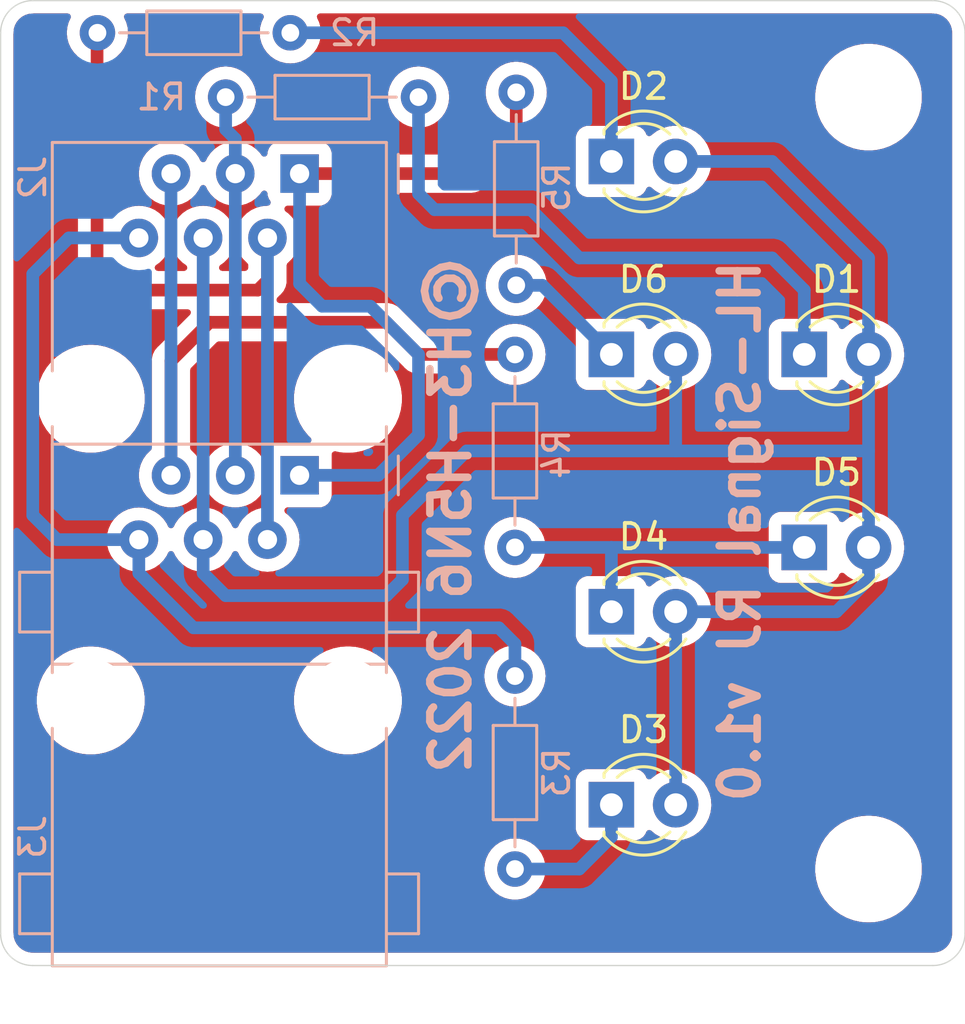
<source format=kicad_pcb>
(kicad_pcb (version 20211014) (generator pcbnew)
  (layers (0 "F.Cu" signal) (31 "B.Cu" signal) (34 "B.Paste" user) (35 "F.Paste" user) (36 "B.SilkS" user "B.Silkscreen") (37 "F.SilkS" user "F.Silkscreen") (38 "B.Mask" user) (39 "F.Mask" user) (44 "Edge.Cuts" user))
  (net 0 "")
  (net 1 "+5P")
  (net 2 "Net-(D1-Pad1)")
  (net 3 "Net-(D2-Pad1)")
  (net 4 "Net-(3k3-Pad1)")
  (net 5 "Net-(D4-Pad1)")
  (net 6 "Net-(D6-Pad1)")
  (net 7 "Net-(J1-Pad1)")
  (net 8 "Net-(J1-Pad2)")
  (net 9 "Net-(J1-Pad3)")
  (net 10 "Net-(J1-Pad5)")
  (net 11 "Net-(3k3-Pad2)")
  (footprint "LEDs:LED_D3.0mm" (layer "F.Cu") (at 57.15 39.37)
    (fp_text reference "D1" (at 1.27 -2.96) (layer "F.SilkS"))
    (fp_text value "Rot 2")
    (fp_line (start -0.29 -1.236) (end -0.29 -1.08) (layer "F.SilkS") (width 0.12))
    (fp_line (start -0.29 1.08) (end -0.29 1.236) (layer "F.SilkS") (width 0.12))
    (fp_arc (start 2.31113 1.079837) (mid 1.270117 1.5) (end 0.229039 1.08) (layer "F.SilkS") (width 0.12))
    (fp_arc (start 0.229039 -1.08) (mid 1.270117 -1.5) (end 2.31113 -1.079837) (layer "F.SilkS") (width 0.12))
    (fp_arc (start 2.942335 1.078608) (mid 1.366487 1.987659) (end -0.29 1.235516) (layer "F.SilkS") (width 0.12))
    (fp_arc (start -0.29 -1.235516) (mid 1.366487 -1.987659) (end 2.942335 -1.078608) (layer "F.SilkS") (width 0.12))
    (pad "1" thru_hole rect locked (at 0 0) (size 1.8 1.8) (drill 0.9) (layers *.Cu *.Mask) (net 2 "Net-(D1-Pad1)"))
    (pad "2" thru_hole circle locked (at 2.54 0) (size 1.8 1.8) (drill 0.9) (layers *.Cu *.Mask) (net 1 "+5P"))
  )
  (footprint "LEDs:LED_D3.0mm" (layer "F.Cu") (at 49.53 31.75)
    (fp_text reference "D2" (at 1.27 -2.96) (layer "F.SilkS"))
    (fp_text value "Grün")
    (fp_line (start -0.29 1.08) (end -0.29 1.236) (layer "F.SilkS") (width 0.12))
    (fp_line (start -0.29 -1.236) (end -0.29 -1.08) (layer "F.SilkS") (width 0.12))
    (fp_arc (start 0.229039 -1.08) (mid 1.270117 -1.5) (end 2.31113 -1.079837) (layer "F.SilkS") (width 0.12))
    (fp_arc (start 2.942335 1.078608) (mid 1.366487 1.987659) (end -0.29 1.235516) (layer "F.SilkS") (width 0.12))
    (fp_arc (start -0.29 -1.235516) (mid 1.366487 -1.987659) (end 2.942335 -1.078608) (layer "F.SilkS") (width 0.12))
    (fp_arc (start 2.31113 1.079837) (mid 1.270117 1.5) (end 0.229039 1.08) (layer "F.SilkS") (width 0.12))
    (pad "1" thru_hole rect locked (at 0 0) (size 1.8 1.8) (drill 0.9) (layers *.Cu *.Mask) (net 3 "Net-(D2-Pad1)"))
    (pad "2" thru_hole circle locked (at 2.54 0) (size 1.8 1.8) (drill 0.9) (layers *.Cu *.Mask) (net 1 "+5P"))
  )
  (footprint "LEDs:LED_D3.0mm" (layer "F.Cu") (at 49.53 57.15)
    (fp_text reference "D3" (at 1.27 -2.96) (layer "F.SilkS"))
    (fp_text value "Gelb")
    (fp_line (start -0.29 1.08) (end -0.29 1.236) (layer "F.SilkS") (width 0.12))
    (fp_line (start -0.29 -1.236) (end -0.29 -1.08) (layer "F.SilkS") (width 0.12))
    (fp_arc (start 2.942335 1.078608) (mid 1.366487 1.987659) (end -0.29 1.235516) (layer "F.SilkS") (width 0.12))
    (fp_arc (start 2.31113 1.079837) (mid 1.270117 1.5) (end 0.229039 1.08) (layer "F.SilkS") (width 0.12))
    (fp_arc (start 0.229039 -1.08) (mid 1.270117 -1.5) (end 2.31113 -1.079837) (layer "F.SilkS") (width 0.12))
    (fp_arc (start -0.29 -1.235516) (mid 1.366487 -1.987659) (end 2.942335 -1.078608) (layer "F.SilkS") (width 0.12))
    (pad "1" thru_hole rect locked (at 0 0) (size 1.8 1.8) (drill 0.9) (layers *.Cu *.Mask) (net 4 "Net-(3k3-Pad1)"))
    (pad "2" thru_hole circle locked (at 2.54 0) (size 1.8 1.8) (drill 0.9) (layers *.Cu *.Mask) (net 1 "+5P"))
  )
  (footprint "LEDs:LED_D3.0mm" (layer "F.Cu") (at 49.53 49.53)
    (fp_text reference "D4" (at 1.27 -2.96) (layer "F.SilkS"))
    (fp_text value "Weiß")
    (fp_line (start -0.29 -1.236) (end -0.29 -1.08) (layer "F.SilkS") (width 0.12))
    (fp_line (start -0.29 1.08) (end -0.29 1.236) (layer "F.SilkS") (width 0.12))
    (fp_arc (start 2.31113 1.079837) (mid 1.270117 1.5) (end 0.229039 1.08) (layer "F.SilkS") (width 0.12))
    (fp_arc (start 0.229039 -1.08) (mid 1.270117 -1.5) (end 2.31113 -1.079837) (layer "F.SilkS") (width 0.12))
    (fp_arc (start -0.29 -1.235516) (mid 1.366487 -1.987659) (end 2.942335 -1.078608) (layer "F.SilkS") (width 0.12))
    (fp_arc (start 2.942335 1.078608) (mid 1.366487 1.987659) (end -0.29 1.235516) (layer "F.SilkS") (width 0.12))
    (pad "1" thru_hole rect locked (at 0 0) (size 1.8 1.8) (drill 0.9) (layers *.Cu *.Mask) (net 5 "Net-(D4-Pad1)"))
    (pad "2" thru_hole circle locked (at 2.54 0) (size 1.8 1.8) (drill 0.9) (layers *.Cu *.Mask) (net 1 "+5P"))
  )
  (footprint "LEDs:LED_D3.0mm" (layer "F.Cu") (at 57.15 46.99)
    (fp_text reference "D5" (at 1.27 -2.96) (layer "F.SilkS"))
    (fp_text value "Weiß")
    (fp_line (start -0.29 1.08) (end -0.29 1.236) (layer "F.SilkS") (width 0.12))
    (fp_line (start -0.29 -1.236) (end -0.29 -1.08) (layer "F.SilkS") (width 0.12))
    (fp_arc (start 0.229039 -1.08) (mid 1.270117 -1.5) (end 2.31113 -1.079837) (layer "F.SilkS") (width 0.12))
    (fp_arc (start -0.29 -1.235516) (mid 1.366487 -1.987659) (end 2.942335 -1.078608) (layer "F.SilkS") (width 0.12))
    (fp_arc (start 2.31113 1.079837) (mid 1.270117 1.5) (end 0.229039 1.08) (layer "F.SilkS") (width 0.12))
    (fp_arc (start 2.942335 1.078608) (mid 1.366487 1.987659) (end -0.29 1.235516) (layer "F.SilkS") (width 0.12))
    (pad "1" thru_hole rect locked (at 0 0) (size 1.8 1.8) (drill 0.9) (layers *.Cu *.Mask) (net 5 "Net-(D4-Pad1)"))
    (pad "2" thru_hole circle locked (at 2.54 0) (size 1.8 1.8) (drill 0.9) (layers *.Cu *.Mask) (net 1 "+5P"))
  )
  (footprint "LEDs:LED_D3.0mm" (layer "F.Cu") (at 49.53 39.37)
    (fp_text reference "D6" (at 1.27 -2.96) (layer "F.SilkS"))
    (fp_text value "Rot 1")
    (fp_line (start -0.29 -1.236) (end -0.29 -1.08) (layer "F.SilkS") (width 0.12))
    (fp_line (start -0.29 1.08) (end -0.29 1.236) (layer "F.SilkS") (width 0.12))
    (fp_arc (start 0.229039 -1.08) (mid 1.270117 -1.5) (end 2.31113 -1.079837) (layer "F.SilkS") (width 0.12))
    (fp_arc (start 2.942335 1.078608) (mid 1.366487 1.987659) (end -0.29 1.235516) (layer "F.SilkS") (width 0.12))
    (fp_arc (start 2.31113 1.079837) (mid 1.270117 1.5) (end 0.229039 1.08) (layer "F.SilkS") (width 0.12))
    (fp_arc (start -0.29 -1.235516) (mid 1.366487 -1.987659) (end 2.942335 -1.078608) (layer "F.SilkS") (width 0.12))
    (pad "1" thru_hole rect locked (at 0 0) (size 1.8 1.8) (drill 0.9) (layers *.Cu *.Mask) (net 6 "Net-(D6-Pad1)"))
    (pad "2" thru_hole circle locked (at 2.54 0) (size 1.8 1.8) (drill 0.9) (layers *.Cu *.Mask) (net 1 "+5P"))
  )
  (footprint "Mounting_Holes:MountingHole_3.2mm_M3" (layer "F.Cu") (at 59.69 59.69)
    (fp_text reference "H1" hide)
    (fp_text value "MountingHole" hide)
    (pad "" np_thru_hole circle locked (at 0 0) (size 3.2 3.2) (drill 3.2) (layers *.Cu *.Mask))
  )
  (footprint "Mounting_Holes:MountingHole_3.2mm_M3" (layer "F.Cu") (at 59.69 29.21)
    (fp_text reference "H1" hide)
    (fp_text value "MountingHole" hide)
    (pad "" np_thru_hole circle locked (at 0 0) (size 3.2 3.2) (drill 3.2) (layers *.Cu *.Mask))
  )
  (footprint "Resistors_THT:R_Axial_DIN0204_L3.6mm_D1.6mm_P7.62mm_Horizontal" (layer "B.Cu") (at 41.91 29.21 180)
    (fp_text reference "R1" (at 10.16 0) (layer "B.SilkS") (effects (justify mirror)))
    (fp_text value "3k3")
    (fp_line (start 1.95 0.86) (end 1.95 -0.86) (layer "B.SilkS") (width 0.12))
    (fp_line (start 5.67 0.86) (end 1.95 0.86) (layer "B.SilkS") (width 0.12))
    (fp_line (start 0.88 0) (end 1.95 0) (layer "B.SilkS") (width 0.12))
    (fp_line (start 5.67 -0.86) (end 5.67 0.86) (layer "B.SilkS") (width 0.12))
    (fp_line (start 6.74 0) (end 5.67 0) (layer "B.SilkS") (width 0.12))
    (fp_line (start 1.95 -0.86) (end 5.67 -0.86) (layer "B.SilkS") (width 0.12))
    (pad "1" thru_hole circle locked (at 0 0 180) (size 1.4 1.4) (drill 0.7) (layers *.Cu *.Mask) (net 2 "Net-(D1-Pad1)"))
    (pad "2" thru_hole oval locked (at 7.62 0 180) (size 1.4 1.4) (drill 0.7) (layers *.Cu *.Mask) (net 9 "Net-(J1-Pad3)"))
  )
  (footprint "Resistors_THT:R_Axial_DIN0204_L3.6mm_D1.6mm_P7.62mm_Horizontal" (layer "B.Cu") (at 36.845 26.67 180)
    (fp_text reference "R2" (at -2.54 0) (layer "B.SilkS") (effects (justify mirror)))
    (fp_text value "3k3")
    (fp_line (start 6.74 0) (end 5.67 0) (layer "B.SilkS") (width 0.12))
    (fp_line (start 0.88 0) (end 1.95 0) (layer "B.SilkS") (width 0.12))
    (fp_line (start 1.95 -0.86) (end 5.67 -0.86) (layer "B.SilkS") (width 0.12))
    (fp_line (start 5.67 -0.86) (end 5.67 0.86) (layer "B.SilkS") (width 0.12))
    (fp_line (start 5.67 0.86) (end 1.95 0.86) (layer "B.SilkS") (width 0.12))
    (fp_line (start 1.95 0.86) (end 1.95 -0.86) (layer "B.SilkS") (width 0.12))
    (pad "1" thru_hole circle locked (at 0 0 180) (size 1.4 1.4) (drill 0.7) (layers *.Cu *.Mask) (net 3 "Net-(D2-Pad1)"))
    (pad "2" thru_hole oval locked (at 7.62 0 180) (size 1.4 1.4) (drill 0.7) (layers *.Cu *.Mask) (net 8 "Net-(J1-Pad2)"))
  )
  (footprint "Resistors_THT:R_Axial_DIN0204_L3.6mm_D1.6mm_P7.62mm_Horizontal" (layer "B.Cu") (at 45.72 59.69 90)
    (fp_text reference "3k3" hide)
    (fp_text value "R3" (at 3.81 1.651 90) (layer "B.SilkS") (effects (justify mirror)))
    (fp_line (start 1.95 -0.86) (end 5.67 -0.86) (layer "B.SilkS") (width 0.12))
    (fp_line (start 6.74 0) (end 5.67 0) (layer "B.SilkS") (width 0.12))
    (fp_line (start 0.88 0) (end 1.95 0) (layer "B.SilkS") (width 0.12))
    (fp_line (start 5.67 0.86) (end 1.95 0.86) (layer "B.SilkS") (width 0.12))
    (fp_line (start 5.67 -0.86) (end 5.67 0.86) (layer "B.SilkS") (width 0.12))
    (fp_line (start 1.95 0.86) (end 1.95 -0.86) (layer "B.SilkS") (width 0.12))
    (pad "1" thru_hole circle locked (at 0 0 90) (size 1.4 1.4) (drill 0.7) (layers *.Cu *.Mask) (net 4 "Net-(3k3-Pad1)"))
    (pad "2" thru_hole oval locked (at 7.62 0 90) (size 1.4 1.4) (drill 0.7) (layers *.Cu *.Mask) (net 11 "Net-(3k3-Pad2)"))
  )
  (footprint "Resistors_THT:R_Axial_DIN0204_L3.6mm_D1.6mm_P7.62mm_Horizontal" (layer "B.Cu") (at 45.72 46.99 90)
    (fp_text reference "R4" (at 3.683 1.651 90) (layer "B.SilkS") (effects (justify mirror)))
    (fp_text value "2k2")
    (fp_line (start 5.67 -0.86) (end 5.67 0.86) (layer "B.SilkS") (width 0.12))
    (fp_line (start 0.88 0) (end 1.95 0) (layer "B.SilkS") (width 0.12))
    (fp_line (start 6.74 0) (end 5.67 0) (layer "B.SilkS") (width 0.12))
    (fp_line (start 1.95 -0.86) (end 5.67 -0.86) (layer "B.SilkS") (width 0.12))
    (fp_line (start 5.67 0.86) (end 1.95 0.86) (layer "B.SilkS") (width 0.12))
    (fp_line (start 1.95 0.86) (end 1.95 -0.86) (layer "B.SilkS") (width 0.12))
    (pad "1" thru_hole circle locked (at 0 0 90) (size 1.4 1.4) (drill 0.7) (layers *.Cu *.Mask) (net 5 "Net-(D4-Pad1)"))
    (pad "2" thru_hole oval locked (at 7.62 0 90) (size 1.4 1.4) (drill 0.7) (layers *.Cu *.Mask) (net 10 "Net-(J1-Pad5)"))
  )
  (footprint "Resistors_THT:R_Axial_DIN0204_L3.6mm_D1.6mm_P7.62mm_Horizontal" (layer "B.Cu") (at 45.7708 36.6418 90)
    (fp_text reference "R5" (at 3.8758 1.6002 90) (layer "B.SilkS") (effects (justify mirror)))
    (fp_text value "3k3")
    (fp_line (start 5.67 0.86) (end 1.95 0.86) (layer "B.SilkS") (width 0.12))
    (fp_line (start 5.67 -0.86) (end 5.67 0.86) (layer "B.SilkS") (width 0.12))
    (fp_line (start 1.95 -0.86) (end 5.67 -0.86) (layer "B.SilkS") (width 0.12))
    (fp_line (start 6.74 0) (end 5.67 0) (layer "B.SilkS") (width 0.12))
    (fp_line (start 1.95 0.86) (end 1.95 -0.86) (layer "B.SilkS") (width 0.12))
    (fp_line (start 0.88 0) (end 1.95 0) (layer "B.SilkS") (width 0.12))
    (pad "1" thru_hole circle locked (at 0 0 90) (size 1.4 1.4) (drill 0.7) (layers *.Cu *.Mask) (net 6 "Net-(D6-Pad1)"))
    (pad "2" thru_hole oval locked (at 7.62 0 90) (size 1.4 1.4) (drill 0.7) (layers *.Cu *.Mask) (net 7 "Net-(J1-Pad1)"))
  )
  (footprint "Wago:RJ12_ECON" (layer "B.Cu") (at 37.211 44.14299 180)
    (fp_text reference "J3" (at 10.541 -14.27701 90) (layer "B.SilkS") (effects (justify mirror)))
    (fp_text value "RJ12")
    (fp_line (start 9.77 1.23) (end 9.77 -7.79) (layer "B.SilkS") (width 0.12))
    (fp_line (start 9.79 -15.74) (end 11.06 -15.74) (layer "B.SilkS") (width 0.12))
    (fp_line (start -3.43 -15.74) (end -4.7 -15.74) (layer "B.SilkS") (width 0.12))
    (fp_line (start 9.77 -19.336) (end 9.77 -9.99) (layer "B.SilkS") (width 0.12))
    (fp_line (start 11.06 -15.74) (end 11.06 -18.1) (layer "B.SilkS") (width 0.12))
    (fp_line (start -3.43 -7.72) (end -3.43 -7.79) (layer "B.SilkS") (width 0.1))
    (fp_line (start -3.43 -19.336) (end -3.43 -9.99) (layer "B.SilkS") (width 0.12))
    (fp_line (start -3.9 -0.77) (end -3.9 0.76) (layer "B.SilkS") (width 0.12))
    (fp_line (start -3.43 -7.79) (end -3.43 1.23) (layer "B.SilkS") (width 0.12))
    (fp_line (start 9.77 -19.37) (end -3.43 -19.37) (layer "B.SilkS") (width 0.12))
    (fp_line (start -4.7 -18.1) (end -4.7 -15.74) (layer "B.SilkS") (width 0.12))
    (fp_line (start 9.79 -18.1) (end 11.06 -18.1) (layer "B.SilkS") (width 0.12))
    (fp_line (start 9.77 -16.76) (end 9.77 -16.77) (layer "B.SilkS") (width 0.1))
    (fp_line (start -3.43 -18.1) (end -4.7 -18.1) (layer "B.SilkS") (width 0.12))
    (fp_line (start 9.77 -16.65) (end 9.77 -16.77) (layer "B.SilkS") (width 0.1))
    (fp_line (start -3.43 1.23) (end 9.77 1.23) (layer "B.SilkS") (width 0.12))
    (pad "" np_thru_hole circle (at 8.25 -8.89 180) (size 3.25 3.25) (drill 3.25) (layers *.Cu *.Mask))
    (pad "" np_thru_hole circle (at -1.91 -8.89 180) (size 3.25 3.25) (drill 3.25) (layers *.Cu *.Mask))
    (pad "1" thru_hole rect (at 0 0 180) (size 1.52 1.52) (drill 0.76) (layers *.Cu *.Mask) (net 7 "Net-(J1-Pad1)"))
    (pad "2" thru_hole circle (at 1.27 -2.54 180) (size 1.52 1.52) (drill 0.76) (layers *.Cu *.Mask) (net 8 "Net-(J1-Pad2)"))
    (pad "3" thru_hole circle (at 2.54 0 180) (size 1.52 1.52) (drill 0.76) (layers *.Cu *.Mask) (net 9 "Net-(J1-Pad3)"))
    (pad "4" thru_hole circle (at 3.81 -2.54 180) (size 1.52 1.52) (drill 0.76) (layers *.Cu *.Mask) (net 1 "+5P"))
    (pad "5" thru_hole circle (at 5.08 0 180) (size 1.52 1.52) (drill 0.76) (layers *.Cu *.Mask) (net 10 "Net-(J1-Pad5)"))
    (pad "6" thru_hole circle (at 6.35 -2.54 180) (size 1.52 1.52) (drill 0.76) (layers *.Cu *.Mask) (net 11 "Net-(3k3-Pad2)"))
  )
  (footprint "Wago:RJ12_ECON" (layer "B.Cu") (at 37.211 32.23039 180)
    (fp_text reference "J2" (at 10.541 -0.15461 90) (layer "B.SilkS") (effects (justify mirror)))
    (fp_text value "RJ12")
    (fp_line (start 11.06 -15.74) (end 11.06 -18.1) (layer "B.SilkS") (width 0.12))
    (fp_line (start -4.7 -18.1) (end -4.7 -15.74) (layer "B.SilkS") (width 0.12))
    (fp_line (start -3.43 -7.79) (end -3.43 1.23) (layer "B.SilkS") (width 0.12))
    (fp_line (start 9.79 -18.1) (end 11.06 -18.1) (layer "B.SilkS") (width 0.12))
    (fp_line (start -3.43 -18.1) (end -4.7 -18.1) (layer "B.SilkS") (width 0.12))
    (fp_line (start 9.77 -19.37) (end -3.43 -19.37) (layer "B.SilkS") (width 0.12))
    (fp_line (start 9.77 -16.65) (end 9.77 -16.77) (layer "B.SilkS") (width 0.1))
    (fp_line (start 9.77 1.23) (end 9.77 -7.79) (layer "B.SilkS") (width 0.12))
    (fp_line (start 9.77 -19.336) (end 9.77 -9.99) (layer "B.SilkS") (width 0.12))
    (fp_line (start 9.79 -15.74) (end 11.06 -15.74) (layer "B.SilkS") (width 0.12))
    (fp_line (start -3.43 -7.72) (end -3.43 -7.79) (layer "B.SilkS") (width 0.1))
    (fp_line (start -3.43 -19.336) (end -3.43 -9.99) (layer "B.SilkS") (width 0.12))
    (fp_line (start -3.9 -0.77) (end -3.9 0.76) (layer "B.SilkS") (width 0.12))
    (fp_line (start -3.43 -15.74) (end -4.7 -15.74) (layer "B.SilkS") (width 0.12))
    (fp_line (start 9.77 -16.76) (end 9.77 -16.77) (layer "B.SilkS") (width 0.1))
    (fp_line (start -3.43 1.23) (end 9.77 1.23) (layer "B.SilkS") (width 0.12))
    (pad "" np_thru_hole circle (at 8.25 -8.89 180) (size 3.25 3.25) (drill 3.25) (layers *.Cu *.Mask))
    (pad "" np_thru_hole circle (at -1.91 -8.89 180) (size 3.25 3.25) (drill 3.25) (layers *.Cu *.Mask))
    (pad "1" thru_hole rect (at 0 0 180) (size 1.52 1.52) (drill 0.76) (layers *.Cu *.Mask) (net 7 "Net-(J1-Pad1)"))
    (pad "2" thru_hole circle (at 1.27 -2.54 180) (size 1.52 1.52) (drill 0.76) (layers *.Cu *.Mask) (net 8 "Net-(J1-Pad2)"))
    (pad "3" thru_hole circle (at 2.54 0 180) (size 1.52 1.52) (drill 0.76) (layers *.Cu *.Mask) (net 9 "Net-(J1-Pad3)"))
    (pad "4" thru_hole circle (at 3.81 -2.54 180) (size 1.52 1.52) (drill 0.76) (layers *.Cu *.Mask) (net 1 "+5P"))
    (pad "5" thru_hole circle (at 5.08 0 180) (size 1.52 1.52) (drill 0.76) (layers *.Cu *.Mask) (net 10 "Net-(J1-Pad5)"))
    (pad "6" thru_hole circle (at 6.35 -2.54 180) (size 1.52 1.52) (drill 0.76) (layers *.Cu *.Mask) (net 11 "Net-(3k3-Pad2)"))
  )
  (gr_line (start 25.4 62.23) (end 25.4 26.67) (layer "Edge.Cuts") (width 0.05))
  (gr_arc (start 63.5 62.23) (mid 63.128026 63.128026) (end 62.23 63.5) (layer "Edge.Cuts") (width 0.05))
  (gr_line (start 26.67 25.4) (end 62.23 25.4) (layer "Edge.Cuts") (width 0.05))
  (gr_line (start 62.23 63.5) (end 26.67 63.5) (layer "Edge.Cuts") (width 0.05))
  (gr_line (start 63.5 26.67) (end 63.5 62.23) (layer "Edge.Cuts") (width 0.05))
  (gr_arc (start 62.23 25.4) (mid 63.128026 25.771974) (end 63.5 26.67) (layer "Edge.Cuts") (width 0.05))
  (gr_arc (start 25.4 26.67) (mid 25.771974 25.771974) (end 26.67 25.4) (layer "Edge.Cuts") (width 0.05))
  (gr_arc (start 26.67 63.5) (mid 25.771974 63.128026) (end 25.4 62.23) (layer "Edge.Cuts") (width 0.05))
  (gr_text "©H3-H5N6 2022" (at 43.18 45.72 90) (layer "B.SilkS") (effects (font (size 1.5 1.5) (thickness 0.3)) (justify mirror)))
  (gr_text "HL-Signal RJ v1.0" (at 54.61 46.355 90) (layer "B.SilkS") (effects (font (size 1.5 1.5) (thickness 0.3)) (justify mirror)))
  (segment (start 59.69 46.99) (end 59.69 39.37) (width 0.5) (layer "B.Cu") (net 1))
  (segment (start 34.29 48.895) (end 40.64 48.895) (width 0.5) (layer "B.Cu") (net 1))
  (segment (start 52.07 49.53) (end 58.42 49.53) (width 0.5) (layer "B.Cu") (net 1))
  (segment (start 33.401 48.006) (end 34.29 48.895) (width 0.5) (layer "B.Cu") (net 1))
  (segment (start 52.07 39.37) (end 52.07 43.18) (width 0.5) (layer "B.Cu") (net 1))
  (segment (start 58.42 49.53) (end 59.69 48.26) (width 0.5) (layer "B.Cu") (net 1))
  (segment (start 59.69 35.56) (end 55.88 31.75) (width 0.5) (layer "B.Cu") (net 1))
  (segment (start 59.69 48.26) (end 59.69 46.99) (width 0.5) (layer "B.Cu") (net 1))
  (segment (start 52.07 57.15) (end 52.07 49.53) (width 0.5) (layer "B.Cu") (net 1))
  (segment (start 59.69 39.37) (end 59.69 35.56) (width 0.5) (layer "B.Cu") (net 1))
  (segment (start 55.88 31.75) (end 52.07 31.75) (width 0.5) (layer "B.Cu") (net 1))
  (segment (start 43.815 43.18) (end 52.07 43.18) (width 0.5) (layer "B.Cu") (net 1))
  (segment (start 33.401 34.77039) (end 33.401 46.68299) (width 0.5) (layer "B.Cu") (net 1))
  (segment (start 52.07 43.18) (end 59.69 43.18) (width 0.5) (layer "B.Cu") (net 1))
  (segment (start 40.64 48.895) (end 41.275 48.26) (width 0.5) (layer "B.Cu") (net 1))
  (segment (start 41.275 45.72) (end 43.815 43.18) (width 0.5) (layer "B.Cu") (net 1))
  (segment (start 33.401 46.68299) (end 33.401 48.006) (width 0.5) (layer "B.Cu") (net 1))
  (segment (start 41.275 48.26) (end 41.275 45.72) (width 0.5) (layer "B.Cu") (net 1))
  (segment (start 41.91 33.02) (end 41.91 29.21) (width 0.5) (layer "B.Cu") (net 2))
  (segment (start 55.88 35.56) (end 48.26 35.56) (width 0.5) (layer "B.Cu") (net 2))
  (segment (start 57.15 39.37) (end 57.15 36.83) (width 0.5) (layer "B.Cu") (net 2))
  (segment (start 46.355 33.655) (end 42.545 33.655) (width 0.5) (layer "B.Cu") (net 2))
  (segment (start 57.15 36.83) (end 55.88 35.56) (width 0.5) (layer "B.Cu") (net 2))
  (segment (start 42.545 33.655) (end 41.91 33.02) (width 0.5) (layer "B.Cu") (net 2))
  (segment (start 48.26 35.56) (end 46.355 33.655) (width 0.5) (layer "B.Cu") (net 2))
  (segment (start 49.53 28.575) (end 49.53 31.75) (width 0.5) (layer "B.Cu") (net 3))
  (segment (start 36.83 26.67) (end 47.625 26.67) (width 0.5) (layer "B.Cu") (net 3))
  (segment (start 47.625 26.67) (end 49.53 28.575) (width 0.5) (layer "B.Cu") (net 3))
  (segment (start 49.53 58.42) (end 49.53 57.15) (width 0.5) (layer "B.Cu") (net 4))
  (segment (start 48.26 59.69) (end 49.53 58.42) (width 0.5) (layer "B.Cu") (net 4))
  (segment (start 45.72 59.69) (end 48.26 59.69) (width 0.5) (layer "B.Cu") (net 4))
  (segment (start 49.53 46.99) (end 57.15 46.99) (width 0.5) (layer "B.Cu") (net 5))
  (segment (start 45.72 46.99) (end 49.53 46.99) (width 0.5) (layer "B.Cu") (net 5))
  (segment (start 49.53 49.53) (end 49.53 46.99) (width 0.5) (layer "B.Cu") (net 5))
  (segment (start 46.8018 36.6418) (end 49.53 39.37) (width 0.5) (layer "B.Cu") (net 6))
  (segment (start 45.7708 36.6418) (end 46.8018 36.6418) (width 0.5) (layer "B.Cu") (net 6))
  (segment (start 43.96961 32.23039) (end 45.7708 30.4292) (width 0.5) (layer "F.Cu") (net 7))
  (segment (start 45.7708 30.4292) (end 45.7708 29.0218) (width 0.5) (layer "F.Cu") (net 7))
  (segment (start 37.211 32.23039) (end 43.96961 32.23039) (width 0.5) (layer "F.Cu") (net 7))
  (segment (start 40.005 37.465) (end 38.1 37.465) (width 0.5) (layer "B.Cu") (net 7))
  (segment (start 37.211 36.576) (end 37.211 32.23039) (width 0.5) (layer "B.Cu") (net 7))
  (segment (start 37.211 44.14299) (end 40.31201 44.14299) (width 0.5) (layer "B.Cu") (net 7))
  (segment (start 41.91 39.37) (end 40.005 37.465) (width 0.5) (layer "B.Cu") (net 7))
  (segment (start 40.31201 44.14299) (end 41.91 42.545) (width 0.5) (layer "B.Cu") (net 7))
  (segment (start 41.91 42.545) (end 41.91 39.37) (width 0.5) (layer "B.Cu") (net 7))
  (segment (start 38.1 37.465) (end 37.211 36.576) (width 0.5) (layer "B.Cu") (net 7))
  (segment (start 35.56 36.83) (end 35.941 36.449) (width 0.5) (layer "F.Cu") (net 8))
  (segment (start 29.21 26.67) (end 29.21 36.195) (width 0.5) (layer "F.Cu") (net 8))
  (segment (start 29.845 36.83) (end 35.56 36.83) (width 0.5) (layer "F.Cu") (net 8))
  (segment (start 35.941 36.449) (end 35.941 34.77039) (width 0.5) (layer "F.Cu") (net 8))
  (segment (start 29.21 36.195) (end 29.845 36.83) (width 0.5) (layer "F.Cu") (net 8))
  (segment (start 35.941 34.77039) (end 35.941 46.68299) (width 0.5) (layer "B.Cu") (net 8))
  (segment (start 34.29 30.48) (end 34.29 29.21) (width 0.5) (layer "B.Cu") (net 9))
  (segment (start 34.671 30.861) (end 34.29 30.48) (width 0.5) (layer "B.Cu") (net 9))
  (segment (start 34.671 32.23039) (end 34.671 30.861) (width 0.5) (layer "B.Cu") (net 9))
  (segment (start 34.671 32.23039) (end 34.671 44.14299) (width 0.5) (layer "B.Cu") (net 9))
  (segment (start 45.72 39.37) (end 41.91 39.37) (width 0.5) (layer "F.Cu") (net 10))
  (segment (start 41.91 39.37) (end 40.64 38.1) (width 0.5) (layer "F.Cu") (net 10))
  (segment (start 40.64 38.1) (end 33.655 38.1) (width 0.5) (layer "F.Cu") (net 10))
  (segment (start 32.131 39.624) (end 32.131 44.14299) (width 0.5) (layer "F.Cu") (net 10))
  (segment (start 33.655 38.1) (end 32.131 39.624) (width 0.5) (layer "F.Cu") (net 10))
  (segment (start 32.131 32.23039) (end 32.131 44.14299) (width 0.5) (layer "B.Cu") (net 10))
  (segment (start 45.085 50.165) (end 45.72 50.8) (width 0.5) (layer "B.Cu") (net 11))
  (segment (start 33.02 50.165) (end 45.085 50.165) (width 0.5) (layer "B.Cu") (net 11))
  (segment (start 27.63299 46.68299) (end 26.67 45.72) (width 0.5) (layer "B.Cu") (net 11))
  (segment (start 30.861 46.68299) (end 27.63299 46.68299) (width 0.5) (layer "B.Cu") (net 11))
  (segment (start 26.67 36.195) (end 28.09461 34.77039) (width 0.5) (layer "B.Cu") (net 11))
  (segment (start 30.861 46.68299) (end 30.861 48.006) (width 0.5) (layer "B.Cu") (net 11))
  (segment (start 45.72 50.8) (end 45.72 52.07) (width 0.5) (layer "B.Cu") (net 11))
  (segment (start 30.861 48.006) (end 33.02 50.165) (width 0.5) (layer "B.Cu") (net 11))
  (segment (start 26.67 45.72) (end 26.67 36.195) (width 0.5) (layer "B.Cu") (net 11))
  (segment (start 28.09461 34.77039) (end 30.861 34.77039) (width 0.5) (layer "B.Cu") (net 11))
  (zone (net 0) (net_name "") (layers F&B.Cu) (connect_pads (clearance 0.508)) (min_thickness 0.254) (fill yes (thermal_gap 0.508) (thermal_bridge_width 0.508))
    (polygon (pts (xy 63.5 63.5) (xy 25.4 63.5) (xy 25.4 25.4) (xy 63.5 25.4)))
  )
  (zone (net 0) (net_name "") (layer "F.Cu") (connect_pads (clearance 0.508)) (min_thickness 0.254) (fill yes (thermal_gap 0.508) (thermal_bridge_width 0.508))
    (polygon (pts (xy 63.5 63.5) (xy 25.4 63.5) (xy 25.4 25.4) (xy 63.5 25.4)))
  )
)
</source>
